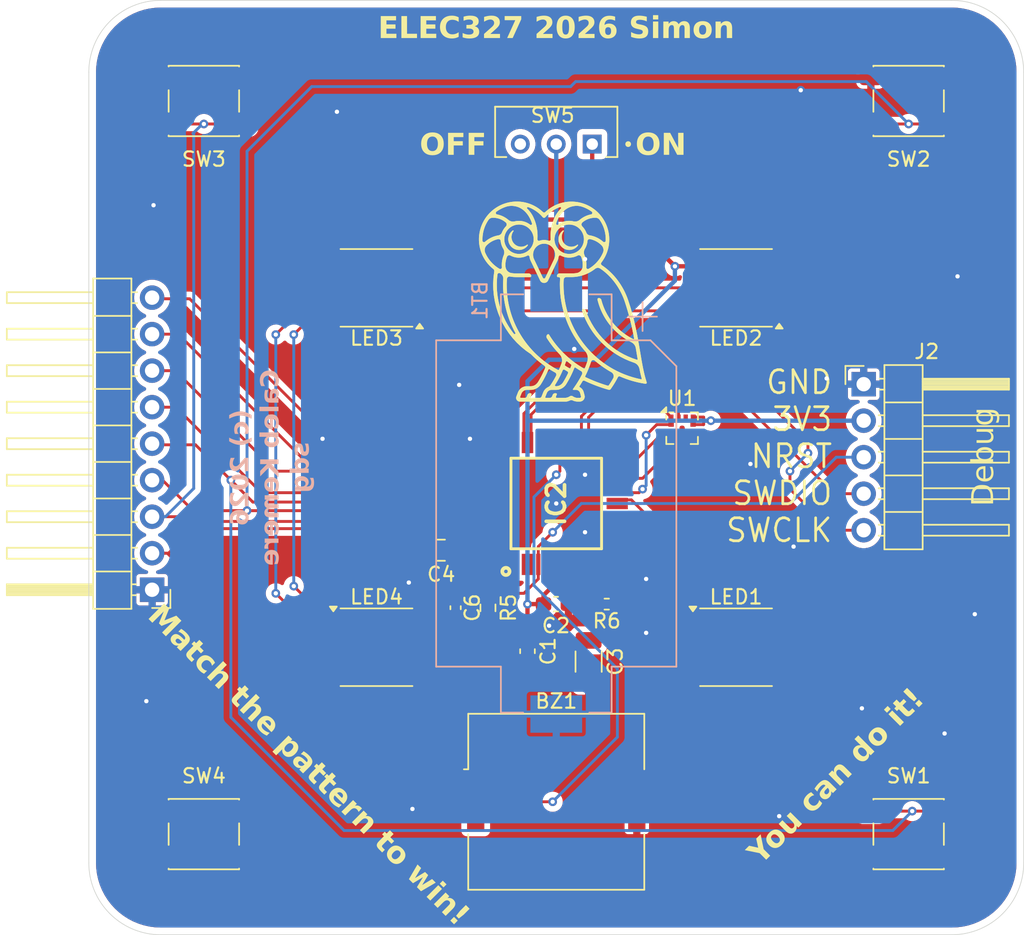
<source format=kicad_pcb>
(kicad_pcb (version 20241229) (generator "pcbnew") (generator_version "9.0")
  (layers (0 "F.Cu" signal) (2 "B.Cu" signal) (13 "F.Paste" user) (15 "B.Paste" user) (5 "F.SilkS" user "F.Silkscreen") (7 "B.SilkS" user "B.Silkscreen") (1 "F.Mask" user) (3 "B.Mask" user) (25 "Edge.Cuts" user))
  (net 0 "")
  (net 4 "SPI1_SCK")
  (net 5 "ACC_INT")
  (net 6 "VDD")
  (net 7 "GND")
  (net 8 "NRST")
  (net 9 "VCORE")
  (net 10 "ROSC")
  (net 11 "LED1_IO")
  (net 12 "LED2_IO")
  (net 13 "LED3_IO")
  (net 14 "LED4_IO")
  (net 15 "BUTTON1_IO")
  (net 16 "BUTTON2_IO")
  (net 17 "BUTTON3_IO")
  (net 18 "BUTTON4_IO")
  (net 19 "BUZZER_IO")
  (net 20 "SWDIO")
  (net 21 "SWCLK")
  (net 23 "SPI0_LED_SCK")
  (net 24 "SPI0_LED_PICO")
  (net 25 "Net-(LED1-COUT)")
  (net 26 "Net-(LED1-DOUT)")
  (net 27 "Net-(LED2-COUT)")
  (net 28 "Net-(LED2-DOUT)")
  (net 29 "Net-(LED3-DOUT)")
  (net 30 "Net-(LED3-COUT)")
  (net 33 "SPI1_POCI")
  (net 34 "SPI1_PICO")
  (net 35 "SPI1_CS0")
  (net 37 "Net-(BT1-+)")
  (footprint "LED_SMD:LED_RGB_5050-6" (layer "F.Cu") (at 70 80)
    (property "Reference" "LED4" (at 0 -3.5 180) (layer "F.SilkS"))
    (property "Value" "SK9822")
    (pad "1" smd rect (at -2.4 -1.7 90) (size 1.1 2) (layers "F.Cu" "F.Mask" "F.Paste") (net 29 "Net-(LED3-DOUT)"))
    (pad "2" smd rect (at -2.4 0 90) (size 1.1 2) (layers "F.Cu" "F.Mask" "F.Paste") (net 30 "Net-(LED3-COUT)"))
    (pad "3" smd rect (at -2.4 1.7 90) (size 1.1 2) (layers "F.Cu" "F.Mask" "F.Paste") (net 7 "GND"))
    (pad "4" smd rect (at 2.4 1.7 90) (size 1.1 2) (layers "F.Cu" "F.Mask" "F.Paste") (net 6 "VDD"))
    (pad "5" smd rect (at 2.4 0 90) (size 1.1 2) (layers "F.Cu" "F.Mask" "F.Paste"))
    (pad "6" smd rect (at 2.4 -1.7 90) (size 1.1 2) (layers "F.Cu" "F.Mask" "F.Paste"))
  )
  (footprint "Buzzer_Beeper:Buzzer_Murata_PKLCS1212E" (layer "F.Cu") (at 82.5 90.75)
    (property "Reference" "BZ1" (at 0 -7 0) (layer "F.SilkS"))
    (property "Value" "Buzzer")
    (pad "1" smd rect (at -5.6 0) (size 1.2 4) (layers "F.Cu" "F.Mask" "F.Paste") (net 19 "BUZZER_IO"))
    (pad "2" smd rect (at 5.6 0) (size 1.2 4) (layers "F.Cu" "F.Mask" "F.Paste") (net 7 "GND"))
  )
  (footprint "ELEC327-Kicad:SW_EG1270" (layer "F.Cu") (at 82.5 45 180)
    (property "Reference" "SW5" (at 0.25 2 0) (layer "F.SilkS"))
    (property "Value" "SW_SPDT")
    (pad "1" thru_hole rect (at -2.5 0 180) (size 1.308 1.308) (drill 0.8) (layers "*.Cu" "*.Mask") (net 6 "VDD"))
    (pad "2" thru_hole circle (at 0 0 180) (size 1.308 1.308) (drill 0.8) (layers "*.Cu" "*.Mask") (net 37 "Net-(BT1-+)"))
    (pad "3" thru_hole circle (at 2.5 0 180) (size 1.308 1.308) (drill 0.8) (layers "*.Cu" "*.Mask"))
  )
  (footprint "Connector_PinHeader_2.54mm:PinHeader_1x09_P2.54mm_Horizontal" (layer "F.Cu") (at 54.4 76 180)
    (property "Reference" "J1" (hide yes))
    (property "Value" "Conn_01x09")
    (pad "1" thru_hole rect (at 0 0 180) (size 1.7 1.7) (drill 1) (layers "*.Cu" "*.Mask") (net 7 "GND"))
    (pad "2" thru_hole oval (at 0 2.54 180) (size 1.7 1.7) (drill 1) (layers "*.Cu" "*.Mask") (net 18 "BUTTON4_IO"))
    (pad "3" thru_hole oval (at 0 5.08 180) (size 1.7 1.7) (drill 1) (layers "*.Cu" "*.Mask") (net 17 "BUTTON3_IO"))
    (pad "4" thru_hole oval (at 0 7.62 180) (size 1.7 1.7) (drill 1) (layers "*.Cu" "*.Mask") (net 16 "BUTTON2_IO"))
    (pad "5" thru_hole oval (at 0 10.16 180) (size 1.7 1.7) (drill 1) (layers "*.Cu" "*.Mask") (net 15 "BUTTON1_IO"))
    (pad "6" thru_hole oval (at 0 12.7 180) (size 1.7 1.7) (drill 1) (layers "*.Cu" "*.Mask") (net 14 "LED4_IO"))
    (pad "7" thru_hole oval (at 0 15.24 180) (size 1.7 1.7) (drill 1) (layers "*.Cu" "*.Mask") (net 13 "LED3_IO"))
    (pad "8" thru_hole oval (at 0 17.78 180) (size 1.7 1.7) (drill 1) (layers "*.Cu" "*.Mask") (net 12 "LED2_IO"))
    (pad "9" thru_hole oval (at 0 20.32 180) (size 1.7 1.7) (drill 1) (layers "*.Cu" "*.Mask") (net 11 "LED1_IO"))
  )
  (footprint "Button_Switch_SMD:SW_SPST_PTS647_Sx38" (layer "F.Cu") (at 58 42 180)
    (property "Reference" "SW3" (at 0 -4.05 180) (layer "F.SilkS"))
    (property "Value" "SW_SPST")
    (pad "1" smd roundrect (at -2.625 -1.6 180) (size 1.55 1) (layers "F.Cu" "F.Mask" "F.Paste") (net 17 "BUTTON3_IO"))
    (pad "1" smd roundrect (at 2.625 -1.6 180) (size 1.55 1) (layers "F.Cu" "F.Mask" "F.Paste") (net 17 "BUTTON3_IO"))
    (pad "2" smd roundrect (at -2.625 1.6 180) (size 1.55 1) (layers "F.Cu" "F.Mask" "F.Paste") (net 7 "GND"))
    (pad "2" smd roundrect (at 2.625 1.6 180) (size 1.55 1) (layers "F.Cu" "F.Mask" "F.Paste") (net 7 "GND"))
  )
  (footprint "Connector_PinHeader_2.54mm:PinHeader_1x05_P2.54mm_Horizontal" (layer "F.Cu") (at 103.875 61.7)
    (property "Reference" "J2" (at 4.385 -2.27 0) (layer "F.SilkS"))
    (property "Value" "Conn_01x05")
    (pad "1" thru_hole rect (at 0 0) (size 1.7 1.7) (drill 1) (layers "*.Cu" "*.Mask") (net 7 "GND"))
    (pad "2" thru_hole oval (at 0 2.54) (size 1.7 1.7) (drill 1) (layers "*.Cu" "*.Mask") (net 6 "VDD"))
    (pad "3" thru_hole oval (at 0 5.08) (size 1.7 1.7) (drill 1) (layers "*.Cu" "*.Mask") (net 8 "NRST"))
    (pad "4" thru_hole oval (at 0 7.62) (size 1.7 1.7) (drill 1) (layers "*.Cu" "*.Mask") (net 20 "SWDIO"))
    (pad "5" thru_hole oval (at 0 10.16) (size 1.7 1.7) (drill 1) (layers "*.Cu" "*.Mask") (net 21 "SWCLK"))
  )
  (footprint "Capacitor_SMD:C_0603_1608Metric_Pad1.08x0.95mm_HandSolder" (layer "F.Cu") (at 82.48 77)
    (property "Reference" "C2" (at 0 1.5 0) (layer "F.SilkS"))
    (property "Value" "0.1uF")
    (pad "1" smd roundrect (at -0.8625 0) (size 1.075 0.95) (layers "F.Cu" "F.Mask" "F.Paste") (net 6 "VDD"))
    (pad "2" smd roundrect (at 0.8625 0) (size 1.075 0.95) (layers "F.Cu" "F.Mask" "F.Paste") (net 7 "GND"))
  )
  (footprint "ELEC327-Kicad:QFP50P900X900X160-48N" (layer "F.Cu") (at 82.5 70 90)
    (property "Reference" "IC2" (at 0 0 90) (layer "F.SilkS") (effects (font (size 1.27 1.27) (thickness 0.254))))
    (property "Value" "MSPM0G3507SPTR" (hide yes))
    (pad "1" smd rect (at -4.238 -2.75 180) (size 0.3 1.475) (layers "F.Cu" "F.Mask" "F.Paste"))
    (pad "2" smd rect (at -4.238 -2.25 180) (size 0.3 1.475) (layers "F.Cu" "F.Mask" "F.Paste"))
    (pad "3" smd rect (at -4.238 -1.75 180) (size 0.3 1.475) (layers "F.Cu" "F.Mask" "F.Paste"))
    (pad "4" smd rect (at -4.238 -1.25 180) (size 0.3 1.475) (layers "F.Cu" "F.Mask" "F.Paste") (net 8 "NRST"))
    (pad "5" smd rect (at -4.238 -0.75 180) (size 0.3 1.475) (layers "F.Cu" "F.Mask" "F.Paste"))
    (pad "6" smd rect (at -4.238 -0.25 180) (size 0.3 1.475) (layers "F.Cu" "F.Mask" "F.Paste") (net 6 "VDD"))
    (pad "7" smd rect (at -4.238 0.25 180) (size 0.3 1.475) (layers "F.Cu" "F.Mask" "F.Paste") (net 7 "GND"))
    (pad "8" smd rect (at -4.238 0.75 180) (size 0.3 1.475) (layers "F.Cu" "F.Mask" "F.Paste") (net 10 "ROSC"))
    (pad "9" smd rect (at -4.238 1.25 180) (size 0.3 1.475) (layers "F.Cu" "F.Mask" "F.Paste"))
    (pad "10" smd rect (at -4.238 1.75 180) (size 0.3 1.475) (layers "F.Cu" "F.Mask" "F.Paste"))
    (pad "11" smd rect (at -4.238 2.25 180) (size 0.3 1.475) (layers "F.Cu" "F.Mask" "F.Paste"))
    (pad "12" smd rect (at -4.238 2.75 180) (size 0.3 1.475) (layers "F.Cu" "F.Mask" "F.Paste"))
    (pad "13" smd rect (at -2.75 4.238 90) (size 0.3 1.475) (layers "F.Cu" "F.Mask" "F.Paste"))
    (pad "14" smd rect (at -2.25 4.238 90) (size 0.3 1.475) (layers "F.Cu" "F.Mask" "F.Paste"))
    (pad "15" smd rect (at -1.75 4.238 90) (size 0.3 1.475) (layers "F.Cu" "F.Mask" "F.Paste"))
    (pad "16" smd rect (at -1.25 4.238 90) (size 0.3 1.475) (layers "F.Cu" "F.Mask" "F.Paste"))
    (pad "17" smd rect (at -0.75 4.238 90) (size 0.3 1.475) (layers "F.Cu" "F.Mask" "F.Paste") (net 24 "SPI0_LED_PICO"))
    (pad "18" smd rect (at -0.25 4.238 90) (size 0.3 1.475) (layers "F.Cu" "F.Mask" "F.Paste"))
    (pad "19" smd rect (at 0.25 4.238 90) (size 0.3 1.475) (layers "F.Cu" "F.Mask" "F.Paste") (net 23 "SPI0_LED_SCK"))
    (pad "20" smd rect (at 0.75 4.238 90) (size 0.3 1.475) (layers "F.Cu" "F.Mask" "F.Paste") (net 35 "SPI1_CS0"))
    (pad "21" smd rect (at 1.25 4.238 90) (size 0.3 1.475) (layers "F.Cu" "F.Mask" "F.Paste"))
    (pad "22" smd rect (at 1.75 4.238 90) (size 0.3 1.475) (layers "F.Cu" "F.Mask" "F.Paste") (net 34 "SPI1_PICO"))
    (pad "23" smd rect (at 2.25 4.238 90) (size 0.3 1.475) (layers "F.Cu" "F.Mask" "F.Paste"))
    (pad "24" smd rect (at 2.75 4.238 90) (size 0.3 1.475) (layers "F.Cu" "F.Mask" "F.Paste") (net 33 "SPI1_POCI"))
    (pad "25" smd rect (at 4.238 2.75 180) (size 0.3 1.475) (layers "F.Cu" "F.Mask" "F.Paste"))
    (pad "26" smd rect (at 4.238 2.25 180) (size 0.3 1.475) (layers "F.Cu" "F.Mask" "F.Paste") (net 4 "SPI1_SCK"))
    (pad "27" smd rect (at 4.238 1.75 180) (size 0.3 1.475) (layers "F.Cu" "F.Mask" "F.Paste") (net 5 "ACC_INT"))
    (pad "28" smd rect (at 4.238 1.25 180) (size 0.3 1.475) (layers "F.Cu" "F.Mask" "F.Paste"))
    (pad "29" smd rect (at 4.238 0.75 180) (size 0.3 1.475) (layers "F.Cu" "F.Mask" "F.Paste"))
    (pad "30" smd rect (at 4.238 0.25 180) (size 0.3 1.475) (layers "F.Cu" "F.Mask" "F.Paste") (net 19 "BUZZER_IO"))
    (pad "31" smd rect (at 4.238 -0.25 180) (size 0.3 1.475) (layers "F.Cu" "F.Mask" "F.Paste"))
    (pad "32" smd rect (at 4.238 -0.75 180) (size 0.3 1.475) (layers "F.Cu" "F.Mask" "F.Paste"))
    (pad "33" smd rect (at 4.238 -1.25 180) (size 0.3 1.475) (layers "F.Cu" "F.Mask" "F.Paste"))
    (pad "34" smd rect (at 4.238 -1.75 180) (size 0.3 1.475) (layers "F.Cu" "F.Mask" "F.Paste") (net 20 "SWDIO"))
    (pad "35" smd rect (at 4.238 -2.25 180) (size 0.3 1.475) (layers "F.Cu" "F.Mask" "F.Paste") (net 21 "SWCLK"))
    (pad "36" smd rect (at 4.238 -2.75 180) (size 0.3 1.475) (layers "F.Cu" "F.Mask" "F.Paste") (net 11 "LED1_IO"))
    (pad "37" smd rect (at 2.75 -4.238 90) (size 0.3 1.475) (layers "F.Cu" "F.Mask" "F.Paste") (net 12 "LED2_IO"))
    (pad "38" smd rect (at 2.25 -4.238 90) (size 0.3 1.475) (layers "F.Cu" "F.Mask" "F.Paste") (net 13 "LED3_IO"))
    (pad "39" smd rect (at 1.75 -4.238 90) (size 0.3 1.475) (layers "F.Cu" "F.Mask" "F.Paste"))
    (pad "40" smd rect (at 1.25 -4.238 90) (size 0.3 1.475) (layers "F.Cu" "F.Mask" "F.Paste"))
    (pad "41" smd rect (at 0.75 -4.238 90) (size 0.3 1.475) (layers "F.Cu" "F.Mask" "F.Paste") (net 14 "LED4_IO"))
    (pad "42" smd rect (at 0.25 -4.238 90) (size 0.3 1.475) (layers "F.Cu" "F.Mask" "F.Paste"))
    (pad "43" smd rect (at -0.25 -4.238 90) (size 0.3 1.475) (layers "F.Cu" "F.Mask" "F.Paste") (net 15 "BUTTON1_IO"))
    (pad "44" smd rect (at -0.75 -4.238 90) (size 0.3 1.475) (layers "F.Cu" "F.Mask" "F.Paste") (net 16 "BUTTON2_IO"))
    (pad "45" smd rect (at -1.25 -4.238 90) (size 0.3 1.475) (layers "F.Cu" "F.Mask" "F.Paste") (net 17 "BUTTON3_IO"))
    (pad "46" smd rect (at -1.75 -4.238 90) (size 0.3 1.475) (layers "F.Cu" "F.Mask" "F.Paste") (net 18 "BUTTON4_IO"))
    (pad "47" smd rect (at -2.25 -4.238 90) (size 0.3 1.475) (layers "F.Cu" "F.Mask" "F.Paste"))
    (pad "48" smd rect (at -2.75 -4.238 90) (size 0.3 1.475) (layers "F.Cu" "F.Mask" "F.Paste") (net 9 "VCORE"))
  )
  (footprint "Resistor_SMD:R_0402_1005Metric" (layer "F.Cu") (at 86.01 77 180)
    (property "Reference" "R6" (at 0 -1.17 180) (layer "F.SilkS"))
    (property "Value" "100k")
    (pad "1" smd roundrect (at -0.51 0 180) (size 0.54 0.64) (layers "F.Cu" "F.Mask" "F.Paste") (net 7 "GND"))
    (pad "2" smd roundrect (at 0.51 0 180) (size 0.54 0.64) (layers "F.Cu" "F.Mask" "F.Paste") (net 10 "ROSC"))
  )
  (footprint "Button_Switch_SMD:SW_SPST_PTS647_Sx38" (layer "F.Cu") (at 58 93)
    (property "Reference" "SW4" (at 0 -4.05 0) (layer "F.SilkS"))
    (property "Value" "SW_SPST")
    (pad "1" smd roundrect (at -2.625 -1.6) (size 1.55 1) (layers "F.Cu" "F.Mask" "F.Paste") (net 18 "BUTTON4_IO"))
    (pad "1" smd roundrect (at 2.625 -1.6) (size 1.55 1) (layers "F.Cu" "F.Mask" "F.Paste") (net 18 "BUTTON4_IO"))
    (pad "2" smd roundrect (at -2.625 1.6) (size 1.55 1) (layers "F.Cu" "F.Mask" "F.Paste") (net 7 "GND"))
    (pad "2" smd roundrect (at 2.625 1.6) (size 1.55 1) (layers "F.Cu" "F.Mask" "F.Paste") (net 7 "GND"))
  )
  (footprint "ELEC327-Kicad:RICE_OWL_LOGO" (layer "F.Cu") (at 82.5 56)
    (property "Reference" "REF**" (hide yes))
    (property "Value" "RICE_OWL_LOGO" (hide yes))
  )
  (footprint "LED_SMD:LED_RGB_5050-6" (layer "F.Cu") (at 95 80)
    (property "Reference" "LED1" (at 0 -3.5 180) (layer "F.SilkS"))
    (property "Value" "SK9822")
    (pad "1" smd rect (at -2.4 -1.7 90) (size 1.1 2) (layers "F.Cu" "F.Mask" "F.Paste") (net 24 "SPI0_LED_PICO"))
    (pad "2" smd rect (at -2.4 0 90) (size 1.1 2) (layers "F.Cu" "F.Mask" "F.Paste") (net 23 "SPI0_LED_SCK"))
    (pad "3" smd rect (at -2.4 1.7 90) (size 1.1 2) (layers "F.Cu" "F.Mask" "F.Paste") (net 7 "GND"))
    (pad "4" smd rect (at 2.4 1.7 90) (size 1.1 2) (layers "F.Cu" "F.Mask" "F.Paste") (net 6 "VDD"))
    (pad "5" smd rect (at 2.4 0 90) (size 1.1 2) (layers "F.Cu" "F.Mask" "F.Paste") (net 25 "Net-(LED1-COUT)"))
    (pad "6" smd rect (at 2.4 -1.7 90) (size 1.1 2) (layers "F.Cu" "F.Mask" "F.Paste") (net 26 "Net-(LED1-DOUT)"))
  )
  (footprint "Capacitor_SMD:C_0402_1005Metric" (layer "F.Cu") (at 75.5 77.25 -90)
    (property "Reference" "C6" (at 0 -1.16 90) (layer "F.SilkS"))
    (property "Value" "10nF")
    (pad "1" smd roundrect (at -0.48 0 270) (size 0.56 0.62) (layers "F.Cu" "F.Mask" "F.Paste") (net 8 "NRST"))
    (pad "2" smd roundrect (at 0.48 0 270) (size 0.56 0.62) (layers "F.Cu" "F.Mask" "F.Paste") (net 7 "GND"))
  )
  (footprint "Capacitor_SMD:C_1206_3216Metric" (layer "F.Cu") (at 84.75 81 -90)
    (property "Reference" "C3" (at 0 -1.85 270) (layer "F.SilkS"))
    (property "Value" "100uF")
    (pad "1" smd roundrect (at -1.475 0 270) (size 1.15 1.8) (layers "F.Cu" "F.Mask" "F.Paste") (roundrect_rratio 0.217391) (net 6 "VDD"))
    (pad "2" smd roundrect (at 1.475 0 270) (size 1.15 1.8) (layers "F.Cu" "F.Mask" "F.Paste") (roundrect_rratio 0.217391) (net 7 "GND"))
  )
  (footprint "Resistor_SMD:R_0603_1608Metric" (layer "F.Cu") (at 77.75 77.26 -90)
    (property "Reference" "R5" (at 0 -1.43 270) (layer "F.SilkS"))
    (property "Value" "47k")
    (pad "1" smd roundrect (at -0.825 0 270) (size 0.8 0.95) (layers "F.Cu" "F.Mask" "F.Paste") (net 8 "NRST"))
    (pad "2" smd roundrect (at 0.825 0 270) (size 0.8 0.95) (layers "F.Cu" "F.Mask" "F.Paste") (net 6 "VDD"))
  )
  (footprint "Capacitor_SMD:C_0603_1608Metric" (layer "F.Cu") (at 80.5 80.275 -90)
    (property "Reference" "C1" (at 0 -1.43 270) (layer "F.SilkS"))
    (property "Value" "10uF")
    (pad "1" smd roundrect (at -0.775 0 270) (size 0.9 0.95) (layers "F.Cu" "F.Mask" "F.Paste") (net 6 "VDD"))
    (pad "2" smd roundrect (at 0.775 0 270) (size 0.9 0.95) (layers "F.Cu" "F.Mask" "F.Paste") (net 7 "GND"))
  )
  (footprint "LED_SMD:LED_RGB_5050-6" (layer "F.Cu") (at 95 55 180)
    (property "Reference" "LED2" (at 0 -3.5 0) (layer "F.SilkS"))
    (property "Value" "SK9822")
    (pad "1" smd rect (at -2.4 -1.7 270) (size 1.1 2) (layers "F.Cu" "F.Mask" "F.Paste") (net 26 "Net-(LED1-DOUT)"))
    (pad "2" smd rect (at -2.4 0 270) (size 1.1 2) (layers "F.Cu" "F.Mask" "F.Paste") (net 25 "Net-(LED1-COUT)"))
    (pad "3" smd rect (at -2.4 1.7 270) (size 1.1 2) (layers "F.Cu" "F.Mask" "F.Paste") (net 7 "GND"))
    (pad "4" smd rect (at 2.4 1.7 270) (size 1.1 2) (layers "F.Cu" "F.Mask" "F.Paste") (net 6 "VDD"))
    (pad "5" smd rect (at 2.4 0 270) (size 1.1 2) (layers "F.Cu" "F.Mask" "F.Paste") (net 27 "Net-(LED2-COUT)"))
    (pad "6" smd rect (at 2.4 -1.7 270) (size 1.1 2) (layers "F.Cu" "F.Mask" "F.Paste") (net 28 "Net-(LED2-DOUT)"))
  )
  (footprint "LED_SMD:LED_RGB_5050-6" (layer "F.Cu") (at 70 55 180)
    (property "Reference" "LED3" (at 0 -3.5 0) (layer "F.SilkS"))
    (property "Value" "SK9822")
    (pad "1" smd rect (at -2.4 -1.7 270) (size 1.1 2) (layers "F.Cu" "F.Mask" "F.Paste") (net 28 "Net-(LED2-DOUT)"))
    (pad "2" smd rect (at -2.4 0 270) (size 1.1 2) (layers "F.Cu" "F.Mask" "F.Paste") (net 27 "Net-(LED2-COUT)"))
    (pad "3" smd rect (at -2.4 1.7 270) (size 1.1 2) (layers "F.Cu" "F.Mask" "F.Paste") (net 7 "GND"))
    (pad "4" smd rect (at 2.4 1.7 270) (size 1.1 2) (layers "F.Cu" "F.Mask" "F.Paste") (net 6 "VDD"))
    (pad "5" smd rect (at 2.4 0 270) (size 1.1 2) (layers "F.Cu" "F.Mask" "F.Paste") (net 30 "Net-(LED3-COUT)"))
    (pad "6" smd rect (at 2.4 -1.7 270) (size 1.1 2) (layers "F.Cu" "F.Mask" "F.Paste") (net 29 "Net-(LED3-DOUT)"))
  )
  (footprint "Capacitor_SMD:C_0805_2012Metric" (layer "F.Cu") (at 74.5 73.25 180)
    (property "Reference" "C4" (at 0 -1.68 180) (layer "F.SilkS"))
    (property "Value" "0.47 uF")
    (pad "1" smd roundrect (at -0.95 0 180) (size 1 1.45) (layers "F.Cu" "F.Mask" "F.Paste") (net 9 "VCORE"))
    (pad "2" smd roundrect (at 0.95 0 180) (size 1 1.45) (layers "F.Cu" "F.Mask" "F.Paste") (net 7 "GND"))
  )
  (footprint "Button_Switch_SMD:SW_SPST_PTS647_Sx38" (layer "F.Cu") (at 107 42 180)
    (property "Reference" "SW2" (at 0 -4.05 180) (layer "F.SilkS"))
    (property "Value" "SW_SPST")
    (pad "1" smd roundrect (at -2.625 -1.6 180) (size 1.55 1) (layers "F.Cu" "F.Mask" "F.Paste") (net 16 "BUTTON2_IO"))
    (pad "1" smd roundrect (at 2.625 -1.6 180) (size 1.55 1) (layers "F.Cu" "F.Mask" "F.Paste") (net 16 "BUTTON2_IO"))
    (pad "2" smd roundrect (at -2.625 1.6 180) (size 1.55 1) (layers "F.Cu" "F.Mask" "F.Paste") (net 7 "GND"))
    (pad "2" smd roundrect (at 2.625 1.6 180) (size 1.55 1) (layers "F.Cu" "F.Mask" "F.Paste") (net 7 "GND"))
  )
  (footprint "Package_LGA:LGA-12_2x2mm_P0.5mm" (layer "F.Cu") (at 91.25 64.7625)
    (property "Reference" "U1" (at 0 -2.075 0) (layer "F.SilkS"))
    (property "Value" "LIS2HH12")
    (pad "1" smd rect (at -0.775 -0.775) (size 0.35 0.35) (layers "F.Cu" "F.Mask" "F.Paste") (net 4 "SPI1_SCK"))
    (pad "2" smd rect (at -0.7625 -0.25) (size 0.375 0.3) (layers "F.Cu" "F.Mask" "F.Paste") (net 35 "SPI1_CS0"))
    (pad "3" smd rect (at -0.7625 0.25) (size 0.375 0.3) (layers "F.Cu" "F.Mask" "F.Paste") (net 33 "SPI1_POCI"))
    (pad "4" smd rect (at -0.775 0.775) (size 0.35 0.35) (layers "F.Cu" "F.Mask" "F.Paste") (net 34 "SPI1_PICO"))
    (pad "5" smd rect (at -0.25 0.7625 90) (size 0.375 0.3) (layers "F.Cu" "F.Mask" "F.Paste") (net 7 "GND"))
    (pad "6" smd rect (at 0.25 0.7625 90) (size 0.375 0.3) (layers "F.Cu" "F.Mask" "F.Paste") (net 7 "GND"))
    (pad "7" smd rect (at 0.775 0.775) (size 0.35 0.35) (layers "F.Cu" "F.Mask" "F.Paste") (net 7 "GND"))
    (pad "8" smd rect (at 0.7625 0.25) (size 0.375 0.3) (layers "F.Cu" "F.Mask" "F.Paste") (net 7 "GND"))
    (pad "9" smd rect (at 0.7625 -0.25) (size 0.375 0.3) (layers "F.Cu" "F.Mask" "F.Paste") (net 6 "VDD"))
    (pad "10" smd rect (at 0.775 -0.775) (size 0.35 0.35) (layers "F.Cu" "F.Mask" "F.Paste") (net 6 "VDD"))
    (pad "11" smd rect (at 0.25 -0.7625 90) (size 0.375 0.3) (layers "F.Cu" "F.Mask" "F.Paste"))
    (pad "12" smd rect (at -0.25 -0.7625 90) (size 0.375 0.3) (layers "F.Cu" "F.Mask" "F.Paste") (net 5 "ACC_INT"))
  )
  (footprint "Button_Switch_SMD:SW_SPST_PTS647_Sx38" (layer "F.Cu") (at 107 93)
    (property "Reference" "SW1" (at 0 -4.05 0) (layer "F.SilkS"))
    (property "Value" "SW_SPST")
    (pad "1" smd roundrect (at -2.625 -1.6) (size 1.55 1) (layers "F.Cu" "F.Mask" "F.Paste") (net 15 "BUTTON1_IO"))
    (pad "1" smd roundrect (at 2.625 -1.6) (size 1.55 1) (layers "F.Cu" "F.Mask" "F.Paste") (net 15 "BUTTON1_IO"))
    (pad "2" smd roundrect (at -2.625 1.6) (size 1.55 1) (layers "F.Cu" "F.Mask" "F.Paste") (net 7 "GND"))
    (pad "2" smd roundrect (at 2.625 1.6) (size 1.55 1) (layers "F.Cu" "F.Mask" "F.Paste") (net 7 "GND"))
  )
  (footprint "Battery:BatteryHolder_Keystone_1060_1x2032" (layer "B.Cu") (at 82.5 70 -90)
    (property "Reference" "BT1" (at -14.125 5.3 90) (layer "B.SilkS") (effects (justify mirror)))
    (property "Value" "Battery_Cell")
    (pad "1" smd rect (at -14.65 0 90) (size 2.6 3.6) (layers "B.Cu" "B.Mask" "B.Paste") (net 37 "Net-(BT1-+)"))
    (pad "2" smd rect (at 14.65 0 90) (size 2.6 3.6) (layers "B.Cu" "B.Mask" "B.Paste") (net 7 "GND"))
  )
  (gr_arc (start 55 100) (mid 51.464466 98.535534) (end 50 95) (stroke (width 0.05)) (layer "Edge.Cuts"))
  (gr_line (start 50 95) (end 50 40) (stroke (width 0.05)) (layer "Edge.Cuts"))
  (gr_line (start 115 40) (end 115 95) (stroke (width 0.05)) (layer "Edge.Cuts"))
  (gr_line (start 110 100) (end 55 100) (stroke (width 0.05)) (layer "Edge.Cuts"))
  (gr_arc (start 115 95) (mid 113.535534 98.535534) (end 110 100) (stroke (width 0.05)) (layer "Edge.Cuts"))
  (gr_arc (start 50 40) (mid 51.464466 36.464466) (end 55 35) (stroke (width 0.05)) (layer "Edge.Cuts"))
  (gr_line (start 55 35) (end 110 35) (stroke (width 0.05)) (layer "Edge.Cuts"))
  (gr_arc (start 110 35) (mid 113.535534 36.464466) (end 115 40) (stroke (width 0.05)) (layer "Edge.Cuts"))
  (gr_text "ON" (at 88 46 0) (layer "F.SilkS") (effects (font (size 1.5 1.5) (thickness 0.3) (bold yes)) (justify left bottom)))
  (gr_text "Debug" (at 112.25 66.75 90) (layer "F.SilkS") (effects (font (size 1.5 1.5) (thickness 0.1875))))
  (gr_text "Match the pattern to win!" (at 65.25 88.25 315) (layer "F.SilkS") (effects (font (size 1.5 1.5) (thickness 0.2) (bold yes))))
  (gr_text "ELEC327 2026 Simon" (at 82.5 37 0) (layer "F.SilkS") (effects (font (size 1.5 1.5) (thickness 0.2) (bold yes))))
  (gr_text "GND\n3V3\nNRST\nSWDIO\nSWCLK\n" (at 101.8 72.8 0) (layer "F.SilkS") (effects (font (size 1.6 1.5) (thickness 0.1875)) (justify right bottom)))
  (gr_text "You can do it!" (at 102 89 45) (layer "F.SilkS") (effects (font (size 1.5 1.5) (thickness 0.2) (bold yes))))
  (gr_text "OFF\n" (at 73 46 0) (layer "F.SilkS") (effects (font (size 1.5 1.5) (thickness 0.3) (bold yes)) (justify left bottom)))
  (gr_text "(c) 2026\nCaleb Kemere\nsdg\n" (at 65.5 67.5 90) (layer "B.SilkS") (effects (font (size 1.25 1.25) (thickness 0.2) (bold yes)) (justify bottom mirror)))
  (segment (start 84.75 65.762) (end 84.75 64) (width 0.2) (layer "F.Cu") (net 4))
  (segment (start 84.75 64) (end 85.25 63.5) (width 0.2) (layer "F.Cu") (net 4))
  (segment (start 85.25 63.5) (end 89.9875 63.5) (width 0.2) (layer "F.Cu") (net 4))
  (segment (start 89.9875 63.5) (end 90.475 63.9875) (width 0.2) (layer "F.Cu") (net 4))
  (segment (start 85.184314 63) (end 90.5 63) (width 0.2) (layer "F.Cu") (net 5))
  (segment (start 84.25 65.762) (end 84.25 63.934314) (width 0.2) (layer "F.Cu") (net 5))
  (segment (start 84.25 63.934314) (end 85.184314 63) (width 0.2) (layer "F.Cu") (net 5))
  (segment (start 90.5 63) (end 91 63.5) (width 0.2) (layer "F.Cu") (net 5))
  (segment (start 91 63.5) (end 91 64) (width 0.2) (layer "F.Cu") (net 5))
  (segment (start 92.51855 53.5) (end 92.61875 53.3998) (width 0.3) (layer "F.Cu") (net 6))
  (segment (start 92.75 64.5) (end 92.7375 64.5125) (width 0.2) (layer "F.Cu") (net 6))
  (segment (start 97.38125 82.61875) (end 96 84) (width 0.3) (layer "F.Cu") (net 6))
  (segment (start 72.38125 81.6002) (end 76.6498 81.6002) (width 0.3) (layer "F.Cu") (net 6))
  (segment (start 92.75 64) (end 92.75 64.25) (width 0.2) (layer "F.Cu") (net 6))
  (segment (start 92.75 64.25) (end 93.24 64.25) (width 0.2) (layer "F.Cu") (net 6))
  (segment (start 93.24 64.25) (end 93.25 64.24) (width 0.2) (layer "F.Cu") (net 6))
  (segment (start 92.75 64.25) (end 92.75 64.5) (width 0.2) (layer "F.Cu") (net 6))
  (segment (start 97.38125 81.6002) (end 97.38125 82.61875) (width 0.3) (layer "F.Cu") (net 6))
  (segment (start 77.9375 79.4375) (end 77.75 79.25) (width 0.3) (layer "F.Cu") (net 6))
  (segment (start 69.25 50.25) (end 67.6 51.9) (width 0.3) (layer "F.Cu") (net 6))
  (segment (start 96 84) (end 91.5 84) (width 0.3) (layer "F.Cu") (net 6))
  (segment (start 78.8125 79.4375) (end 79 79.4375) (width 0.3) (layer "F.Cu") (net 6))
  (segment (start 90.75 53.5) (end 92.51855 53.5) (width 0.3) (layer "F.Cu") (net 6))
  (segment (start 87.5 50.25) (end 69.25 50.25) (width 0.3) (layer "F.Cu") (net 6))
  (segment (start 79 79.4375) (end 80.5 79.4375) (width 0.3) (layer "F.Cu") (net 6))
  (segment (start 90.75 53.5) (end 87.5 50.25) (width 0.3) (layer "F.Cu") (net 6))
  (segment (start 92.7375 63.9875) (end 92.75 64) (width 0.2) (layer "F.Cu") (net 6))
  (segment (start 77.75 79.25) (end 77.75 78.085) (width 0.3) (layer "F.Cu") (net 6))
  (segment (start 92.025 63.9875) (end 92.7375 63.9875) (width 0.2) (layer "F.Cu") (net 6))
  (segment (start 85 47.75) (end 85 45) (width 0.3) (layer "F.Cu") (net 6))
  (segment (start 82.25 75.75) (end 82.25 74.238) (width 0.3) (layer "F.Cu") (net 6))
  (segment (start 67.6 51.9) (end 67.6 53.3) (width 0.3) (layer "F.Cu") (net 6))
  (segment (start 86.9375 79.4375) (end 80.5 79.4375) (width 0.3) (layer "F.Cu") (net 6))
  (segment (start 81.6175 76.3825) (end 82.25 75.75) (width 0.3) (layer "F.Cu") (net 6))
  (segment (start 90.75 53.5) (end 85 47.75) (width 0.3) (layer "F.Cu") (net 6))
  (segment (start 76.6498 81.6002) (end 78.8125 79.4375) (width 0.3) (layer "F.Cu") (net 6))
  (segment (start 92.7375 64.5125) (end 92.0125 64.5125) (width 0.2) (layer "F.Cu") (net 6))
  (segment (start 91.5 84) (end 86.9375 79.4375) (width 0.3) (layer "F.Cu") (net 6))
  (segment (start 81.6175 77) (end 81.6175 76.3825) (width 0.3) (layer "F.Cu") (net 6))
  (segment (start 82 77) (end 80.5 77) (width 0.3) (layer "F.Cu") (net 6))
  (segment (start 79 79.4375) (end 77.9375 79.4375) (width 0.3) (layer "F.Cu") (net 6))
  (segment (start 80.5 79.4375) (end 80.5 77) (width 0.3) (layer "F.Cu") (net 6))
  (via (at 80.5 77) (size 0.6) (drill 0.3) (layers "F.Cu" "B.Cu") (net 6))
  (via (at 93.25 64.24) (size 0.6) (drill 0.3) (layers "F.Cu" "B.Cu") (net 6))
  (via (at 90.75 53.5) (size 0.6) (drill 0.3) (layers "F.Cu" "B.Cu") (net 6))
  (segment (start 80.5 61.5) (end 82 60) (width 0.3) (layer "B.Cu") (net 6))
  (segment (start 93.25 64.24) (end 80.51 64.24) (width 0.3) (layer "B.Cu") (net 6))
  (segment (start 103.875 64.24) (end 93.25 64.24) (width 0.3) (layer "B.Cu") (net 6))
  (segment (start 82 60) (end 85.25 60) (width 0.3) (layer "B.Cu") (net 6))
  (segment (start 80.5 77) (end 80.5 61.5) (width 0.3) (layer "B.Cu") (net 6))
  (segment (start 85.25 60) (end 90.75 54.5) (width 0.3) (layer "B.Cu") (net 6))
  (segment (start 90.75 54.5) (end 90.75 53.5) (width 0.3) (layer "B.Cu") (net 6))
  (segment (start 92.0125 65.0125) (end 92.7125 65.0125) (width 0.2) (layer "F.Cu") (net 7))
  (segment (start 91.5 66.5) (end 91.5 65.525) (width 0.2) (layer "F.Cu") (net 7))
  (segment (start 91.25 66.75) (end 91.5 66.5) (width 0.2) (layer "F.Cu") (net 7))
  (segment (start 92.7625 65.5375) (end 92.025 65.5375) (width 0.2) (layer "F.Cu") (net 7))
  (segment (start 92.9 65.4) (end 92.7625 65.5375) (width 0.2) (layer "F.Cu") (net 7))
  (segment (start 91 65.525) (end 91 66.5) (width 0.2) (layer "F.Cu") (net 7))
  (segment (start 82.75 74.238) (end 82.75 72.75) (width 0.3) (layer "F.Cu") (net 7))
  (segment (start 92.9 65.2) (end 92.9 65.4) (width 0.2) (layer "F.Cu") (net 7))
  (segment (start 92.7125 65.0125) (end 92.9 65.2) (width 0.2) (layer "F.Cu") (net 7))
  (segment (start 82.75 72.75) (end 82.8 72.7) (width 0.3) (layer "F.Cu") (net 7))
  (segment (start 91 66.5) (end 91.25 66.75) (width 0.2) (layer "F.Cu") (net 7))
  (via (at 88.75 75.25) (size 0.6) (drill 0.3) (layers "F.Cu" "B.Cu") (net 7))
  (via (at 84.5 72) (size 0.6) (drill 0.3) (layers "F.Cu" "B.Cu") (net 7))
  (via (at 84.5 53) (size 0.6) (drill 0.3) (layers "F.Cu" "B.Cu") (net 7))
  (via (at 66.25 65.5) (size 0.6) (drill 0.3) (layers "F.Cu" "B.Cu") (net 7))
  (via (at 54.5 49.25) (size 0.6) (drill 0.3) (layers "F.Cu" "B.Cu") (net 7))
  (via (at 103.75 84.25) (size 0.6) (drill 0.3) (layers "F.Cu" "B.Cu") (net 7))
  (via (at 72.5 91.25) (size 0.6) (drill 0.3) (layers "F.Cu" "B.Cu") (net 7))
  (via (at 82 78.5) (size 0.6) (drill 0.3) (layers "F.Cu" "B.Cu") (net 7))
  (via (at 101.3 61.3) (size 0.6) (drill 0.3) (layers "F.Cu" "B.Cu") (net 7))
  (via (at 54 83.75) (size 0.6) (drill 0.3) (layers "F.Cu" "B.Cu") (net 7))
  (via (at 83.75 59.25) (size 0.6) (drill 0.3) (layers "F.Cu" "B.Cu") (net 7))
  (via (at 99.5 41.25) (size 0.6) (drill 0.3) (layers "F.Cu" "B.Cu") (net 7))
  (via (at 88.75 79) (size 0.6) (drill 0.3) (layers "F.Cu" "B.Cu") (net 7))
  (via (at 98 91.75) (size 0.6) (drill 0.3) (layers "F.Cu" "B.Cu") (net 7))
  (via (at 96 67.25) (size 0.6) (drill 0.3) (layers "F.Cu" "B.Cu") (net 7))
  (via (at 72.25 75.5) (size 0.6) (drill 0.3) (layers "F.Cu" "B.Cu") (net 7))
  (via (at 67.25 42.75) (size 0.6) (drill 0.3) (layers "F.Cu" "B.Cu") (net 7))
  (via (at 110.4 54.2) (size 0.6) (drill 0.3) (layers "F.Cu" "B.Cu") (net 7))
  (via (at 99 73) (size 0.6) (drill 0.3) (layers "F.Cu" "B.Cu") (net 7))
  (via (at 76.5 65.5) (size 0.6) (drill 0.3) (layers "F.Cu" "B.Cu") (net 7))
  (via (at 111.6 77.7) (size 0.6) (drill 0.3) (layers "F.Cu" "B.Cu") (net 7))
  (via (at 82.5 70) (size 0.6) (drill 0.3) (layers "F.Cu" "B.Cu") (net 7))
  (via (at 84.5 68) (size 0.6) (drill 0.3) (layers "F.Cu" "B.Cu") (net 7))
  (via (at 109.5 86) (size 0.6) (drill 0.3) (layers "F.Cu" "B.Cu") (net 7))
  (via (at 75.75 61.75) (size 0.6) (drill 0.3) (layers "F.Cu" "B.Cu") (net 7))
  (segment (start 82.25 72) (end 81.25 73) (width 0.2) (layer "F.Cu") (net 8))
  (segment (start 79 76.25) (end 78.815 76.435) (width 0.2) (layer "F.Cu") (net 8))
  (segment (start 79 76.25) (end 80.25 76.25) (width 0.2) (layer "F.Cu") (net 8))
  (segment (start 77.75 76.435) (end 77.065 76.435) (width 0.2) (layer "F.Cu") (net 8))
  (segment (start 77.065 76.435) (end 76.73 76.77) (width 0.2) (layer "F.Cu") (net 8))
  (segment (start 76.73 76.77) (end 75.5 76.77) (width 0.2) (layer "F.Cu") (net 8))
  (segment (start 81.25 75.25) (end 81.25 74.238) (width 0.2) (layer "F.Cu") (net 8))
  (segment (start 81.25 73) (end 81.25 74.238) (width 0.2) (layer "F.Cu") (net 8))
  (segment (start 81.25 75.25) (end 80.25 76.25) (width 0.2) (layer "F.Cu") (net 8))
  (segment (start 78.815 76.435) (end 77.75 76.435) (width 0.2) (layer "F.Cu") (net 8))
  (via (at 82.25 72) (size 0.6) (drill 0.3) (layers "F.Cu" "B.Cu") (net 8))
  (segment (start 98.75 70) (end 101.97 66.78) (width 0.2) (layer "B.Cu") (net 8))
  (segment (start 101.97 66.78) (end 103.875 66.78) (width 0.2) (layer "B.Cu") (net 8))
  (segment (start 84.25 70) (end 98.75 70) (width 0.2) (layer "B.Cu") (net 8))
  (segment (start 82.25 72) (end 84.25 70) (width 0.2) (layer "B.Cu") (net 8))
  (segment (start 75.45 73.25) (end 76.5 73.25) (width 0.2) (layer "F.Cu") (net 9))
  (segment (start 76.5 73.25) (end 77 72.75) (width 0.2) (layer "F.Cu") (net 9))
  (segment (start 77 72.75) (end 78.262 72.75) (width 0.2) (layer "F.Cu") (net 9))
  (segment (start 83.5 75.5) (end 84 75.5) (width 0.2) (layer "F.Cu") (net 10))
  (segment (start 84 75.5) (end 85.5 77) (width 0.2) (layer "F.Cu") (net 10))
  (segment (start 83.25 73.988) (end 83.25 75.25) (width 0.2) (layer "F.Cu") (net 10))
  (segment (start 83.25 75.25) (end 83.5 75.5) (width 0.2) (layer "F.Cu") (net 10))
  (segment (start 79 64) (end 65.25 64) (width 0.2) (layer "F.Cu") (net 11))
  (segment (start 57.01 55.76) (end 54.48 55.76) (width 0.2) (layer "F.Cu") (net 11))
  (segment (start 79.75 65.762) (end 79.75 64.75) (width 0.2) (layer "F.Cu") (net 11))
  (segment (start 54.48 55.76) (end 54.4 55.68) (width 0.2) (layer "F.Cu") (net 11))
  (segment (start 79.75 64.75) (end 79 64) (width 0.2) (layer "F.Cu") (net 11))
  (segment (start 65.25 64) (end 57.01 55.76) (width 0.2) (layer "F.Cu") (net 11))
  (segment (start 65.25 67.25) (end 78.262 67.25) (width 0.2) (layer "F.Cu") (net 12))
  (segment (start 56.22 58.22) (end 65.25 67.25) (width 0.2) (layer "F.Cu") (net 12))
  (segment (start 56.22 58.22) (end 54.4 58.22) (width 0.2) (layer "F.Cu") (net 12))
  (segment (start 78.262 67.75) (end 63 67.75) (width 0.2) (layer "F.Cu") (net 13))
  (segment (start 56.01 60.76) (end 54.4 60.76) (width 0.2) (layer "F.Cu") (net 13))
  (segment (start 63 67.75) (end 56.01 60.76) (width 0.2) (layer "F.Cu") (net 13))
  (segment (start 62 69.25) (end 56.05 63.3) (width 0.2) (layer "F.Cu") (net 14))
  (segment (start 56.05 63.3) (end 54.4 63.3) (width 0.2) (layer "F.Cu") (net 14))
  (segment (start 78.262 69.25) (end 62 69.25) (width 0.2) (layer "F.Cu") (net 14))
  (segment (start 72.65 69.9) (end 61.4 69.9) (width 0.2) (layer "F.Cu") (net 15))
  (segment (start 73 70.25) (end 72.65 69.9) (width 0.2) (layer "F.Cu") (net 15))
  (segment (start 78.262 70.25) (end 73 70.25) (width 0.2) (layer "F.Cu") (net 15))
  (segment (start 61.4 69.9) (end 59.875 68.375) (width 0.2) (layer "F.Cu") (net 15))
  (segment (start 107.25 91.4) (end 104.375 91.4) (width 0.2) (layer "F.Cu") (net 15))
  (segment (start 54.4 65.84) (end 54.48 65.92) (width 0.2) (layer "F.Cu") (net 15))
  (segment (start 54.48 65.92) (end 57.42 65.92) (width 0.2) (layer "F.Cu") (net 15))
  (segment (start 109.625 91.4) (end 107.25 91.4) (width 0.2) (layer "F.Cu") (net 15))
  (segment (start 57.42 65.92) (end 59.875 68.375) (width 0.2) (layer "F.Cu") (net 15))
  (via (at 107.25 91.4) (size 0.6) (drill 0.3) (layers "F.Cu" "B.Cu") (net 15))
  (via (at 59.875 68.375) (size 0.6) (drill 0.3) (layers "F.Cu" "B.Cu") (net 15))
  (segment (start 59.875 68.375) (end 59.875 84.875) (width 0.2) (layer "B.Cu") (net 15))
  (segment (start 59.875 84.875) (end 67.75 92.75) (width 0.2) (layer "B.Cu") (net 15))
  (segment (start 67.75 92.75) (end 105.9 92.75) (width 0.2) (layer "B.Cu") (net 15))
  (segment (start 105.9 92.75) (end 107.25 91.4) (width 0.2) (layer "B.Cu") (net 15))
  (segment (start 72 70.5) (end 61 70.5) (width 0.2) (layer "F.Cu") (net 16))
  (segment (start 109.625 43.6) (end 107 43.6) (width 0.2) (layer "F.Cu") (net 16))
  (segment (start 55.13 68.38) (end 54.4 68.38) (width 0.2) (layer "F.Cu") (net 16))
  (segment (start 57.25 70.5) (end 55.13 68.38) (width 0.2) (layer "F.Cu") (net 16))
  (segment (start 72.25 70.75) (end 72 70.5) (width 0.2) (layer "F.Cu") (net 16))
  (segment (start 107 43.6) (end 104.375 43.6) (width 0.2) (layer "F.Cu") (net 16))
  (segment (start 61 70.5) (end 57.25 70.5) (width 0.2) (layer "F.Cu") (net 16))
  (segment (start 78.262 70.75) (end 72.25 70.75) (width 0.2) (layer "F.Cu") (net 16))
  (via (at 107 43.6) (size 0.6) (drill 0.3) (layers "F.Cu" "B.Cu") (net 16))
  (via (at 61 70.5) (size 0.6) (drill 0.3) (layers "F.Cu" "B.Cu") (net 16))
  (segment (start 61 45.5) (end 65.5 41) (width 0.2) (layer "B.Cu") (net 16))
  (segment (start 83.5 41) (end 83.85 40.65) (width 0.2) (layer "B.Cu") (net 16))
  (segment (start 83.85 40.65) (end 104.05 40.65) (width 0.2) (layer "B.Cu") (net 16))
  (segment (start 65.5 41) (end 83.5 41) (width 0.2) (layer "B.Cu") (net 16))
  (segment (start 61 70.5) (end 61 45.5) (width 0.2) (layer "B.Cu") (net 16))
  (segment (start 104.05 40.65) (end 107 43.6) (width 0.2) (layer "B.Cu") (net 16))
  (segment (start 56.42 70.92) (end 54.4 70.92) (width 0.2) (layer "F.Cu") (net 17))
  (segment (start 78.262 71.25) (end 56.75 71.25) (width 0.2) (layer "F.Cu") (net 17))
  (segment (start 57.9 43.6) (end 60.625 43.6) (width 0.2) (layer "F.Cu") (net 17))
  (segment (start 56.75 71.25) (end 56.42 70.92) (width 0.2) (layer "F.Cu") (net 17))
  (segment (start 55.375 43.6) (end 57.9 43.6) (width 0.2) (layer "F.Cu") (net 17))
  (via (at 58 43.6) (size 0.6) (drill 0.3) (layers "F.Cu" "B.Cu") (net 17))
  (segment (start 55.33 70.92) (end 54.4 70.92) (width 0.2) (layer "B.Cu") (net 17))
  (segment (start 57.25 44.25) (end 57.295 44.295) (width 0.2) (layer "B.Cu") (net 17))
  (segment (start 57.295 44.295) (end 57.295 68.955) (width 0.2) (layer "B.Cu") (net 17))
  (segment (start 57.25 44.25) (end 57.9 43.6) (width 0.2) (layer "B.Cu") (net 17))
  (segment (start 57.295 68.955) (end 55.33 70.92) (width 0.2) (layer "B.Cu") (net 17))
  (segment (start 54.4 73.46) (end 55.54 73.46) (width 0.2) (layer "F.Cu") (net 18))
  (segment (start 55.375 91.4) (end 58 91.4) (width 0.2) (layer "F.Cu") (net 18))
  (segment (start 57.25 71.75) (end 78.262 71.75) (width 0.2) (layer "F.Cu") (net 18))
  (segment (start 54.4 73.46) (end 55.46 73.46) (width 0.2) (layer "F.Cu") (net 18))
  (segment (start 58 91.4) (end 60.625 91.4) (width 0.2) (layer "F.Cu") (net 18))
  (segment (start 58 87.25) (end 58 91.4) (width 0.2) (layer "F.Cu") (net 18))
  (segment (start 57 86.25) (end 58 87.25) (width 0.2) (layer "F.Cu") (net 18))
  (segment (start 55.46 73.46) (end 57 75) (width 0.2) (layer "F.Cu") (net 18))
  (segment (start 55.54 73.46) (end 57.25 71.75) (width 0.2) (layer "F.Cu") (net 18))
  (segment (start 57 75) (end 57 86.25) (width 0.2) (layer "F.Cu") (net 18))
  (segment (start 82.75 67.75) (end 82.75 65.762) (width 0.2) (layer "F.Cu") (net 19))
  (segment (start 81 90.75) (end 76.9 90.75) (width 0.2) (layer "F.Cu") (net 19))
  (segment (start 82.25 90.75) (end 81 90.75) (width 0.2) (layer "F.Cu") (net 19))
  (segment (start 82.5 68) (end 82.75 67.75) (width 0.2) (layer "F.Cu") (net 19))
  (via (at 82.25 90.75) (size 0.6) (drill 0.3) (layers "F.Cu" "B.Cu") (net 19))
  (via (at 82.5 68) (size 0.6) (drill 0.3) (layers "F.Cu" "B.Cu") (net 19))
  (segment (start 82.5 77.25) (end 86.75 81.5) (width 0.2) (layer "B.Cu") (net 19))
  (segment (start 80.951 69.549) (end 80.951 75.701) (width 0.2) (layer "B.Cu") (net 19))
  (segment (start 81.25 69.25) (end 80.951 69.549) (width 0.2) (layer "B.Cu") (net 19))
  (segment (start 86.75 86.25) (end 82.25 90.75) (width 0.2) (layer "B.Cu") (net 19))
  (segment (start 81.25 69.25) (end 82.5 68) (width 0.2) (layer "B.Cu") (net 19))
  (segment (start 86.75 81.5) (end 86.75 86.25) (width 0.2) (layer "B.Cu") (net 19))
  (segment (start 80.951 75.701) (end 82.5 77.25) (width 0.2) (layer "B.Cu") (net 19))
  (segment (start 82.665686 61.9) (end 94.4 61.9) (width 0.2) (layer "F.Cu") (net 20))
  (segment (start 101.82 69.32) (end 103.875 69.32) (width 0.2) (layer "F.Cu") (net 20))
  (segment (start 80.75 63.815686) (end 82.665686 61.9) (width 0.2) (layer "F.Cu") (net 20))
  (segment (start 94.4 61.9) (end 101.82 69.32) (width 0.2) (layer "F.Cu") (net 20))
  (segment (start 80.75 65.762) (end 80.75 63.815686) (width 0.2) (layer "F.Cu") (net 20))
  (segment (start 80.25 63.75) (end 80.25 65.762) (width 0.2) (layer "F.Cu") (net 21))
  (segment (start 100 65.75) (end 95.75 61.5) (width 0.2) (layer "F.Cu") (net 21))
  (segment (start 82.5 61.5) (end 80.25 63.75) (width 0.2) (layer "F.Cu") (net 21))
  (segment (start 101.61 71.86) (end 103.875 71.86) (width 0.2) (layer "F.Cu") (net 21))
  (segment (start 100 66.5) (end 100 65.75) (width 0.2) (layer "F.Cu") (net 21))
  (segment (start 98.75 69) (end 101.61 71.86) (width 0.2) (layer "F.Cu") (net 21))
  (segment (start 98.75 67.75) (end 98.75 69) (width 0.2) (layer "F.Cu") (net 21))
  (segment (start 95.75 61.5) (end 82.5 61.5) (width 0.2) (layer "F.Cu") (net 21))
  (via (at 100 66.5) (size 0.6) (drill 0.3) (layers "F.Cu" "B.Cu") (net 21))
  (via (at 98.75 67.75) (size 0.6) (drill 0.3) (layers "F.Cu" "B.Cu") (net 21))
  (segment (start 98.75 67.75) (end 100 66.5) (width 0.2) (layer "B.Cu") (net 21))
  (segment (start 86.738 69.75) (end 87.7255 69.75) (width 0.2) (layer "F.Cu") (net 23))
  (segment (start 87.7255 69.75) (end 95.25 77.2745) (width 0.2) (layer "F.Cu") (net 23))
  (segment (start 95.25 78.25) (end 93.5 80) (width 0.2) (layer "F.Cu") (net 23))
  (segment (start 95.25 77.2745) (end 95.25 78.25) (width 0.2) (layer "F.Cu") (net 23))
  (segment (start 93.5 80) (end 92.61875 80) (width 0.2) (layer "F.Cu") (net 23))
  (segment (start 92.4755 75.5) (end 92.5 75.5) (width 0.2) (layer "F.Cu") (net 24))
  (segment (start 86.738 70.75) (end 87.7255 70.75) (width 0.2) (layer "F.Cu") (net 24))
  (segment (start 87.7255 70.75) (end 92.4755 75.5) (width 0.2) (layer "F.Cu") (net 24))
  (segment (start 92.61875 75.61875) (end 92.61875 78.3998) (width 0.2) (layer "F.Cu") (net 24))
  (segment (start 92.5 75.5) (end 92.61875 75.61875) (width 0.2) (layer "F.Cu") (net 24))
  (segment (start 105 80) (end 109.5 75.5) (width 0.2) (layer "F.Cu") (net 25))
  (segment (start 105 55) (end 97.38125 55) (width 0.2) (layer "F.Cu") (net 25))
  (segment (start 109.5 59.5) (end 105 55) (width 0.2) (layer "F.Cu") (net 25))
  (segment (start 97.38125 80) (end 105 80) (width 0.2) (layer "F.Cu") (net 25))
  (segment (start 109.5 75.5) (end 109.5 59.5) (width 0.2) (layer "F.Cu") (net 25))
  (segment (start 104.3502 78.3998) (end 97.38125 78.3998) (width 0.2) (layer "F.Cu") (net 26))
  (segment (start 103.8502 56.6002) (end 107.5 60.25) (width 0.2) (layer "F.Cu") (net 26))
  (segment (start 107.5 60.25) (end 107.5 75.25) (width 0.2) (layer "F.Cu") (net 26))
  (segment (start 97.38125 56.6002) (end 103.8502 56.6002) (width 0.2) (layer "F.Cu") (net 26))
  (segment (start 107.5 75.25) (end 104.3502 78.3998) (width 0.2) (layer "F.Cu") (net 26))
  (segment (start 92.61875 55) (end 72.38125 55) (width 0.2) (layer "F.Cu") (net 27))
  (segment (start 92.61875 56.6002) (end 72.38125 56.6002) (width 0.2) (layer "F.Cu") (net 28))
  (segment (start 67.61875 78.3998) (end 66.8998 78.3998) (width 0.2) (layer "F.Cu") (net 29))
  (segment (start 66.8998 78.3998) (end 64.25 75.75) (width 0.2) (layer "F.Cu") (net 29))
  (segment (start 65.8998 56.6002) (end 64.25 58.25) (width 0.2) (layer "F.Cu") (net 29))
  (segment (start 67.61875 56.6002) (end 65.8998 56.6002) (width 0.2) (layer "F.Cu") (net 29))
  (via (at 64.25 58.25) (size 0.6) (drill 0.3) (layers "F.Cu" "B.Cu") (net 29))
  (via (at 64.25 75.75) (size 0.6) (drill 0.3) (layers "F.Cu" "B.Cu") (net 29))
  (segment (start 64.25 75.75) (end 64.25 58.25) (width 0.2) (layer "B.Cu") (net 29))
  (segment (start 67.61875 55) (end 66.25 55) (width 0.2) (layer "F.Cu") (net 30))
  (segment (start 67.61875 80) (end 66.75 80) (width 0.2) (layer "F.Cu") (net 30))
  (segment (start 66.75 80) (end 63 76.25) (width 0.2) (layer "F.Cu") (net 30))
  (segment (start 66.25 55) (end 63 58.25) (width 0.2) (layer "F.Cu") (net 30))
  (via (at 63 58.25) (size 0.6) (drill 0.3) (layers "F.Cu" "B.Cu") (net 30))
  (via (at 63 76.25) (size 0.6) (drill 0.3) (layers "F.Cu" "B.Cu") (net 30))
  (segment (start 63 76.25) (end 63 58.25) (width 0.2) (layer "B.Cu") (net 30))
  (segment (start 86.738 67.25) (end 87.75 67.25) (width 0.2) (layer "F.Cu") (net 33))
  (segment (start 87.75 67.25) (end 89.9875 65.0125) (width 0.2) (layer "F.Cu") (net 33))
  (segment (start 89.9875 65.0125) (end 90.4875 65.0125) (width 0.2) (layer "F.Cu") (net 33))
  (segment (start 90.475 66.275) (end 90.475 65.5375) (width 0.2) (layer "F.Cu") (net 34))
  (segment (start 88.5 68.25) (end 90.475 66.275) (width 0.2) (layer "F.Cu") (net 34))
  (segment (start 86.738 68.25) (end 88.5 68.25) (width 0.2) (layer "F.Cu") (net 34))
  (segment (start 88.25 69.25) (end 86.738 69.25) (width 0.2) (layer "F.Cu") (net 35))
  (segment (start 88.75 65.25) (end 89.4875 64.5125) (width 0.2) (layer "F.Cu") (net 35))
  (segment (start 89.4875 64.5125) (end 90.4875 64.5125) (width 0.2) (layer "F.Cu") (net 35))
  (segment (start 88.5 69) (end 88.25 69.25) (width 0.2) (layer "F.Cu") (net 35))
  (via (at 88.75 65.25) (size 0.6) (drill 0.3) (layers "F.Cu" "B.Cu") (net 35))
  (via (at 88.5 69) (size 0.6) (drill 0.3) (layers "F.Cu" "B.Cu") (net 35))
  (segment (start 88.75 68.75) (end 88.5 69) (width 0.2) (layer "B.Cu") (net 35))
  (segment (start 88.75 65.25) (end 88.75 68.75) (width 0.2) (layer "B.Cu") (net 35))
  (segment (start 82.5 55.35) (end 82.5 45) (width 0.3) (layer "B.Cu") (net 37))
  (zone (net 7) (net_name "GND") (layers "F.Cu" "B.Cu") (connect_pads (clearance 0.4)) (min_thickness 0.25) (fill yes (thermal_gap 0.25) (thermal_bridge_width 0.5))
    (polygon (pts (xy 115 100) (xy 50 100) (xy 50 35) (xy 115 35)))
  )
)
</source>
